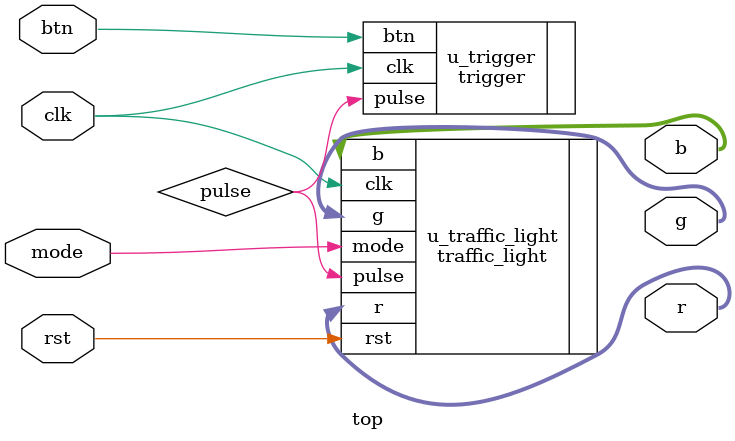
<source format=v>
module top(
    input clk,          // 1 MHz clock from board
    input rst,          // reset switch
    input mode,         // DIP switch
    input btn,          // push button
    output [3:0] r,
    output [3:0] g,
    output [3:0] b
);

    wire pulse;

    // ?? ???
    trigger u_trigger (
        .clk(clk),
        .btn(btn),
        .pulse(pulse)
    );

    // ??? ?? FSM
    traffic_light u_traffic_light (
        .clk(clk),
        .rst(rst),
        .mode(mode),
        .pulse(pulse),
        .r(r),
        .g(g),
        .b(b)
    );

endmodule
</source>
